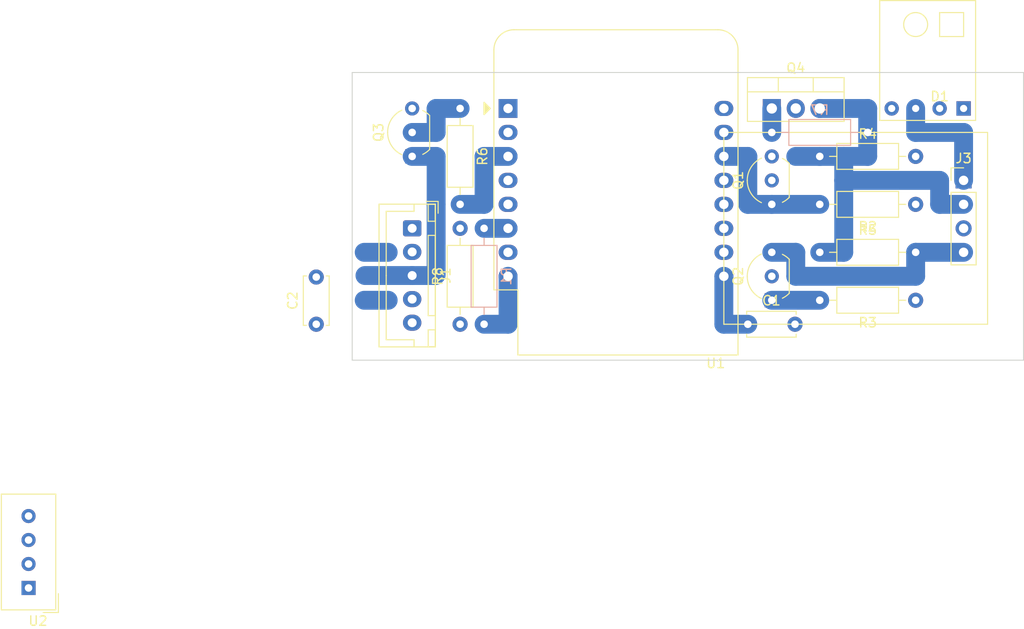
<source format=kicad_pcb>
(kicad_pcb (version 20171130) (host pcbnew "(5.1.0-42-g71e237b1b)")

  (general
    (thickness 1.6)
    (drawings 12)
    (tracks 45)
    (zones 0)
    (modules 19)
    (nets 25)
  )

  (page A4)
  (layers
    (0 F.Cu signal)
    (31 B.Cu signal)
    (32 B.Adhes user)
    (33 F.Adhes user)
    (34 B.Paste user)
    (35 F.Paste user)
    (36 B.SilkS user)
    (37 F.SilkS user)
    (38 B.Mask user)
    (39 F.Mask user)
    (40 Dwgs.User user)
    (41 Cmts.User user)
    (42 Eco1.User user)
    (43 Eco2.User user)
    (44 Edge.Cuts user)
    (45 Margin user)
    (46 B.CrtYd user)
    (47 F.CrtYd user)
    (48 B.Fab user)
    (49 F.Fab user)
  )

  (setup
    (last_trace_width 2)
    (user_trace_width 2)
    (trace_clearance 0.2)
    (zone_clearance 0.508)
    (zone_45_only no)
    (trace_min 0.2)
    (via_size 0.8)
    (via_drill 0.4)
    (via_min_size 0.4)
    (via_min_drill 0.3)
    (uvia_size 0.3)
    (uvia_drill 0.1)
    (uvias_allowed no)
    (uvia_min_size 0.2)
    (uvia_min_drill 0.1)
    (edge_width 0.05)
    (segment_width 0.2)
    (pcb_text_width 0.3)
    (pcb_text_size 1.5 1.5)
    (mod_edge_width 0.12)
    (mod_text_size 1 1)
    (mod_text_width 0.15)
    (pad_size 1.524 1.524)
    (pad_drill 0.762)
    (pad_to_mask_clearance 0.051)
    (solder_mask_min_width 0.25)
    (aux_axis_origin 0 0)
    (visible_elements FFFFFF7F)
    (pcbplotparams
      (layerselection 0x010fc_ffffffff)
      (usegerberextensions false)
      (usegerberattributes false)
      (usegerberadvancedattributes false)
      (creategerberjobfile false)
      (excludeedgelayer true)
      (linewidth 0.100000)
      (plotframeref false)
      (viasonmask false)
      (mode 1)
      (useauxorigin false)
      (hpglpennumber 1)
      (hpglpenspeed 20)
      (hpglpendiameter 15.000000)
      (psnegative false)
      (psa4output false)
      (plotreference true)
      (plotvalue true)
      (plotinvisibletext false)
      (padsonsilk false)
      (subtractmaskfromsilk false)
      (outputformat 1)
      (mirror false)
      (drillshape 1)
      (scaleselection 1)
      (outputdirectory ""))
  )

  (net 0 "")
  (net 1 sda_5v)
  (net 2 sda_3v)
  (net 3 scl_5v)
  (net 4 scl_3v)
  (net 5 "Net-(U1-Pad16)")
  (net 6 "Net-(U1-Pad15)")
  (net 7 "Net-(U1-Pad12)")
  (net 8 "Net-(U1-Pad11)")
  (net 9 "Net-(U1-Pad7)")
  (net 10 sds_tx)
  (net 11 sds_rx)
  (net 12 "Net-(U1-Pad1)")
  (net 13 "Net-(U1-Pad2)")
  (net 14 GND)
  (net 15 "Net-(U2-Pad3)")
  (net 16 +3V3)
  (net 17 +5V)
  (net 18 "Net-(J1-Pad5)")
  (net 19 sds_switch)
  (net 20 "Net-(Q3-Pad3)")
  (net 21 "Net-(Q3-Pad2)")
  (net 22 sds_vcc)
  (net 23 "Net-(Q4-Pad1)")
  (net 24 dht_data)

  (net_class Default "Это класс цепей по умолчанию."
    (clearance 0.2)
    (trace_width 0.25)
    (via_dia 0.8)
    (via_drill 0.4)
    (uvia_dia 0.3)
    (uvia_drill 0.1)
    (add_net +3V3)
    (add_net +5V)
    (add_net GND)
    (add_net "Net-(J1-Pad5)")
    (add_net "Net-(Q3-Pad2)")
    (add_net "Net-(Q3-Pad3)")
    (add_net "Net-(Q4-Pad1)")
    (add_net "Net-(U1-Pad1)")
    (add_net "Net-(U1-Pad11)")
    (add_net "Net-(U1-Pad12)")
    (add_net "Net-(U1-Pad15)")
    (add_net "Net-(U1-Pad16)")
    (add_net "Net-(U1-Pad2)")
    (add_net "Net-(U1-Pad7)")
    (add_net "Net-(U2-Pad3)")
    (add_net dht_data)
    (add_net scl_3v)
    (add_net scl_5v)
    (add_net sda_3v)
    (add_net sda_5v)
    (add_net sds_rx)
    (add_net sds_switch)
    (add_net sds_tx)
    (add_net sds_vcc)
  )

  (module Capacitor_THT:C_Disc_D5.0mm_W2.5mm_P5.00mm (layer F.Cu) (tedit 5AE50EF0) (tstamp 5CE2D8BD)
    (at 20.32 43.18 90)
    (descr "C, Disc series, Radial, pin pitch=5.00mm, , diameter*width=5*2.5mm^2, Capacitor, http://cdn-reichelt.de/documents/datenblatt/B300/DS_KERKO_TC.pdf")
    (tags "C Disc series Radial pin pitch 5.00mm  diameter 5mm width 2.5mm Capacitor")
    (path /5CE6EEAB)
    (fp_text reference C2 (at 2.5 -2.5 90) (layer F.SilkS)
      (effects (font (size 1 1) (thickness 0.15)))
    )
    (fp_text value 100nF (at 2.5 2.5 90) (layer F.Fab)
      (effects (font (size 1 1) (thickness 0.15)))
    )
    (fp_text user %R (at 2.5 0 90) (layer F.Fab)
      (effects (font (size 1 1) (thickness 0.15)))
    )
    (fp_line (start 6.05 -1.5) (end -1.05 -1.5) (layer F.CrtYd) (width 0.05))
    (fp_line (start 6.05 1.5) (end 6.05 -1.5) (layer F.CrtYd) (width 0.05))
    (fp_line (start -1.05 1.5) (end 6.05 1.5) (layer F.CrtYd) (width 0.05))
    (fp_line (start -1.05 -1.5) (end -1.05 1.5) (layer F.CrtYd) (width 0.05))
    (fp_line (start 5.12 1.055) (end 5.12 1.37) (layer F.SilkS) (width 0.12))
    (fp_line (start 5.12 -1.37) (end 5.12 -1.055) (layer F.SilkS) (width 0.12))
    (fp_line (start -0.12 1.055) (end -0.12 1.37) (layer F.SilkS) (width 0.12))
    (fp_line (start -0.12 -1.37) (end -0.12 -1.055) (layer F.SilkS) (width 0.12))
    (fp_line (start -0.12 1.37) (end 5.12 1.37) (layer F.SilkS) (width 0.12))
    (fp_line (start -0.12 -1.37) (end 5.12 -1.37) (layer F.SilkS) (width 0.12))
    (fp_line (start 5 -1.25) (end 0 -1.25) (layer F.Fab) (width 0.1))
    (fp_line (start 5 1.25) (end 5 -1.25) (layer F.Fab) (width 0.1))
    (fp_line (start 0 1.25) (end 5 1.25) (layer F.Fab) (width 0.1))
    (fp_line (start 0 -1.25) (end 0 1.25) (layer F.Fab) (width 0.1))
    (pad 2 thru_hole circle (at 5 0 90) (size 1.6 1.6) (drill 0.8) (layers *.Cu *.Mask)
      (net 14 GND))
    (pad 1 thru_hole circle (at 0 0 90) (size 1.6 1.6) (drill 0.8) (layers *.Cu *.Mask)
      (net 22 sds_vcc))
    (model ${KISYS3DMOD}/Capacitor_THT.3dshapes/C_Disc_D5.0mm_W2.5mm_P5.00mm.wrl
      (at (xyz 0 0 0))
      (scale (xyz 1 1 1))
      (rotate (xyz 0 0 0))
    )
  )

  (module Connector_PinHeader_2.54mm:PinHeader_1x04_P2.54mm_Vertical (layer F.Cu) (tedit 59FED5CC) (tstamp 5CE1E6F7)
    (at 88.9 27.94)
    (descr "Through hole straight pin header, 1x04, 2.54mm pitch, single row")
    (tags "Through hole pin header THT 1x04 2.54mm single row")
    (path /5CE08ABF)
    (fp_text reference J3 (at 0 -2.33) (layer F.SilkS)
      (effects (font (size 1 1) (thickness 0.15)))
    )
    (fp_text value conn_display (at 0 9.95) (layer F.Fab)
      (effects (font (size 1 1) (thickness 0.15)))
    )
    (fp_text user %R (at 0 3.81 90) (layer F.Fab)
      (effects (font (size 1 1) (thickness 0.15)))
    )
    (fp_line (start 1.8 -1.8) (end -1.8 -1.8) (layer F.CrtYd) (width 0.05))
    (fp_line (start 1.8 9.4) (end 1.8 -1.8) (layer F.CrtYd) (width 0.05))
    (fp_line (start -1.8 9.4) (end 1.8 9.4) (layer F.CrtYd) (width 0.05))
    (fp_line (start -1.8 -1.8) (end -1.8 9.4) (layer F.CrtYd) (width 0.05))
    (fp_line (start -1.33 -1.33) (end 0 -1.33) (layer F.SilkS) (width 0.12))
    (fp_line (start -1.33 0) (end -1.33 -1.33) (layer F.SilkS) (width 0.12))
    (fp_line (start -1.33 1.27) (end 1.33 1.27) (layer F.SilkS) (width 0.12))
    (fp_line (start 1.33 1.27) (end 1.33 8.95) (layer F.SilkS) (width 0.12))
    (fp_line (start -1.33 1.27) (end -1.33 8.95) (layer F.SilkS) (width 0.12))
    (fp_line (start -1.33 8.95) (end 1.33 8.95) (layer F.SilkS) (width 0.12))
    (fp_line (start -1.27 -0.635) (end -0.635 -1.27) (layer F.Fab) (width 0.1))
    (fp_line (start -1.27 8.89) (end -1.27 -0.635) (layer F.Fab) (width 0.1))
    (fp_line (start 1.27 8.89) (end -1.27 8.89) (layer F.Fab) (width 0.1))
    (fp_line (start 1.27 -1.27) (end 1.27 8.89) (layer F.Fab) (width 0.1))
    (fp_line (start -0.635 -1.27) (end 1.27 -1.27) (layer F.Fab) (width 0.1))
    (pad 4 thru_hole oval (at 0 7.62) (size 1.7 1.7) (drill 1) (layers *.Cu *.Mask)
      (net 3 scl_5v))
    (pad 3 thru_hole oval (at 0 5.08) (size 1.7 1.7) (drill 1) (layers *.Cu *.Mask)
      (net 1 sda_5v))
    (pad 2 thru_hole oval (at 0 2.54) (size 1.7 1.7) (drill 1) (layers *.Cu *.Mask)
      (net 17 +5V))
    (pad 1 thru_hole rect (at 0 0) (size 1.7 1.7) (drill 1) (layers *.Cu *.Mask)
      (net 14 GND))
    (model ${KISYS3DMOD}/Connector_PinHeader_2.54mm.3dshapes/PinHeader_1x04_P2.54mm_Vertical.wrl
      (at (xyz 0 0 0))
      (scale (xyz 1 1 1))
      (rotate (xyz 0 0 0))
    )
  )

  (module Capacitor_THT:C_Disc_D5.0mm_W2.5mm_P5.00mm (layer F.Cu) (tedit 5AE50EF0) (tstamp 5CE1E0C5)
    (at 66.04 43.18)
    (descr "C, Disc series, Radial, pin pitch=5.00mm, , diameter*width=5*2.5mm^2, Capacitor, http://cdn-reichelt.de/documents/datenblatt/B300/DS_KERKO_TC.pdf")
    (tags "C Disc series Radial pin pitch 5.00mm  diameter 5mm width 2.5mm Capacitor")
    (path /5CE11046)
    (fp_text reference C1 (at 2.5 -2.5) (layer F.SilkS)
      (effects (font (size 1 1) (thickness 0.15)))
    )
    (fp_text value 100nF (at 2.5 2.5) (layer F.Fab)
      (effects (font (size 1 1) (thickness 0.15)))
    )
    (fp_text user %R (at 2.5 0) (layer F.Fab)
      (effects (font (size 1 1) (thickness 0.15)))
    )
    (fp_line (start 6.05 -1.5) (end -1.05 -1.5) (layer F.CrtYd) (width 0.05))
    (fp_line (start 6.05 1.5) (end 6.05 -1.5) (layer F.CrtYd) (width 0.05))
    (fp_line (start -1.05 1.5) (end 6.05 1.5) (layer F.CrtYd) (width 0.05))
    (fp_line (start -1.05 -1.5) (end -1.05 1.5) (layer F.CrtYd) (width 0.05))
    (fp_line (start 5.12 1.055) (end 5.12 1.37) (layer F.SilkS) (width 0.12))
    (fp_line (start 5.12 -1.37) (end 5.12 -1.055) (layer F.SilkS) (width 0.12))
    (fp_line (start -0.12 1.055) (end -0.12 1.37) (layer F.SilkS) (width 0.12))
    (fp_line (start -0.12 -1.37) (end -0.12 -1.055) (layer F.SilkS) (width 0.12))
    (fp_line (start -0.12 1.37) (end 5.12 1.37) (layer F.SilkS) (width 0.12))
    (fp_line (start -0.12 -1.37) (end 5.12 -1.37) (layer F.SilkS) (width 0.12))
    (fp_line (start 5 -1.25) (end 0 -1.25) (layer F.Fab) (width 0.1))
    (fp_line (start 5 1.25) (end 5 -1.25) (layer F.Fab) (width 0.1))
    (fp_line (start 0 1.25) (end 5 1.25) (layer F.Fab) (width 0.1))
    (fp_line (start 0 -1.25) (end 0 1.25) (layer F.Fab) (width 0.1))
    (pad 2 thru_hole circle (at 5 0) (size 1.6 1.6) (drill 0.8) (layers *.Cu *.Mask)
      (net 14 GND))
    (pad 1 thru_hole circle (at 0 0) (size 1.6 1.6) (drill 0.8) (layers *.Cu *.Mask)
      (net 17 +5V))
    (model ${KISYS3DMOD}/Capacitor_THT.3dshapes/C_Disc_D5.0mm_W2.5mm_P5.00mm.wrl
      (at (xyz 0 0 0))
      (scale (xyz 1 1 1))
      (rotate (xyz 0 0 0))
    )
  )

  (module Resistor_THT:R_Axial_DIN0207_L6.3mm_D2.5mm_P10.16mm_Horizontal (layer F.Cu) (tedit 5AE5139B) (tstamp 5CE1E63D)
    (at 73.66 25.4)
    (descr "Resistor, Axial_DIN0207 series, Axial, Horizontal, pin pitch=10.16mm, 0.25W = 1/4W, length*diameter=6.3*2.5mm^2, http://cdn-reichelt.de/documents/datenblatt/B400/1_4W%23YAG.pdf")
    (tags "Resistor Axial_DIN0207 series Axial Horizontal pin pitch 10.16mm 0.25W = 1/4W length 6.3mm diameter 2.5mm")
    (path /5CDDD43B)
    (fp_text reference R4 (at 5.08 -2.37) (layer F.SilkS)
      (effects (font (size 1 1) (thickness 0.15)))
    )
    (fp_text value 10k (at 5.08 2.37) (layer F.Fab)
      (effects (font (size 1 1) (thickness 0.15)))
    )
    (fp_text user %R (at 5.08 0) (layer F.Fab)
      (effects (font (size 1 1) (thickness 0.15)))
    )
    (fp_line (start 11.21 -1.5) (end -1.05 -1.5) (layer F.CrtYd) (width 0.05))
    (fp_line (start 11.21 1.5) (end 11.21 -1.5) (layer F.CrtYd) (width 0.05))
    (fp_line (start -1.05 1.5) (end 11.21 1.5) (layer F.CrtYd) (width 0.05))
    (fp_line (start -1.05 -1.5) (end -1.05 1.5) (layer F.CrtYd) (width 0.05))
    (fp_line (start 9.12 0) (end 8.35 0) (layer F.SilkS) (width 0.12))
    (fp_line (start 1.04 0) (end 1.81 0) (layer F.SilkS) (width 0.12))
    (fp_line (start 8.35 -1.37) (end 1.81 -1.37) (layer F.SilkS) (width 0.12))
    (fp_line (start 8.35 1.37) (end 8.35 -1.37) (layer F.SilkS) (width 0.12))
    (fp_line (start 1.81 1.37) (end 8.35 1.37) (layer F.SilkS) (width 0.12))
    (fp_line (start 1.81 -1.37) (end 1.81 1.37) (layer F.SilkS) (width 0.12))
    (fp_line (start 10.16 0) (end 8.23 0) (layer F.Fab) (width 0.1))
    (fp_line (start 0 0) (end 1.93 0) (layer F.Fab) (width 0.1))
    (fp_line (start 8.23 -1.25) (end 1.93 -1.25) (layer F.Fab) (width 0.1))
    (fp_line (start 8.23 1.25) (end 8.23 -1.25) (layer F.Fab) (width 0.1))
    (fp_line (start 1.93 1.25) (end 8.23 1.25) (layer F.Fab) (width 0.1))
    (fp_line (start 1.93 -1.25) (end 1.93 1.25) (layer F.Fab) (width 0.1))
    (pad 2 thru_hole oval (at 10.16 0) (size 1.6 1.6) (drill 0.8) (layers *.Cu *.Mask)
      (net 1 sda_5v))
    (pad 1 thru_hole circle (at 0 0) (size 1.6 1.6) (drill 0.8) (layers *.Cu *.Mask)
      (net 17 +5V))
    (model ${KISYS3DMOD}/Resistor_THT.3dshapes/R_Axial_DIN0207_L6.3mm_D2.5mm_P10.16mm_Horizontal.wrl
      (at (xyz 0 0 0))
      (scale (xyz 1 1 1))
      (rotate (xyz 0 0 0))
    )
  )

  (module pm_sensor:BMP180_Breakout (layer F.Cu) (tedit 5CE02A8B) (tstamp 5CDD96F2)
    (at 86.36 10.16 180)
    (path /5CDDA03B)
    (fp_text reference D1 (at 0 -8.89 180) (layer F.SilkS)
      (effects (font (size 1 1) (thickness 0.15)))
    )
    (fp_text value BMP180_breakout (at 0 -6.35 180) (layer F.Fab)
      (effects (font (size 1 1) (thickness 0.15)))
    )
    (fp_circle (center 2.54 -1.27) (end 3.81 -1.27) (layer F.SilkS) (width 0.12))
    (fp_line (start 0 -2.54) (end -2.54 -2.54) (layer F.SilkS) (width 0.12))
    (fp_line (start 0 0) (end 0 -2.54) (layer F.SilkS) (width 0.12))
    (fp_line (start -2.54 0) (end 0 0) (layer F.SilkS) (width 0.12))
    (fp_line (start -2.54 -2.54) (end -2.54 0) (layer F.SilkS) (width 0.12))
    (fp_line (start -3.81 -11.43) (end -3.81 1.27) (layer F.SilkS) (width 0.12))
    (fp_line (start 6.35 -11.43) (end -3.81 -11.43) (layer F.SilkS) (width 0.12))
    (fp_line (start 6.35 1.27) (end 6.35 -11.43) (layer F.SilkS) (width 0.12))
    (fp_line (start -3.81 1.27) (end 6.35 1.27) (layer F.SilkS) (width 0.12))
    (pad 4 thru_hole circle (at 5.08 -10.16 180) (size 1.524 1.524) (drill 0.762) (layers *.Cu *.Mask)
      (net 16 +3V3))
    (pad 3 thru_hole circle (at 2.54 -10.16 180) (size 1.524 1.524) (drill 0.762) (layers *.Cu *.Mask)
      (net 14 GND))
    (pad 2 thru_hole circle (at 0 -10.16 180) (size 1.524 1.524) (drill 0.762) (layers *.Cu *.Mask)
      (net 4 scl_3v))
    (pad 1 thru_hole rect (at -2.54 -10.16 180) (size 1.524 1.524) (drill 0.762) (layers *.Cu *.Mask)
      (net 2 sda_3v))
  )

  (module Resistor_THT:R_Axial_DIN0207_L6.3mm_D2.5mm_P10.16mm_Horizontal (layer F.Cu) (tedit 5AE5139B) (tstamp 5CE1E5FB)
    (at 73.66 35.56)
    (descr "Resistor, Axial_DIN0207 series, Axial, Horizontal, pin pitch=10.16mm, 0.25W = 1/4W, length*diameter=6.3*2.5mm^2, http://cdn-reichelt.de/documents/datenblatt/B400/1_4W%23YAG.pdf")
    (tags "Resistor Axial_DIN0207 series Axial Horizontal pin pitch 10.16mm 0.25W = 1/4W length 6.3mm diameter 2.5mm")
    (path /5CDFE066)
    (fp_text reference R5 (at 5.08 -2.37) (layer F.SilkS)
      (effects (font (size 1 1) (thickness 0.15)))
    )
    (fp_text value 10k (at 5.08 2.37) (layer F.Fab)
      (effects (font (size 1 1) (thickness 0.15)))
    )
    (fp_text user %R (at 5.08 0) (layer F.Fab)
      (effects (font (size 1 1) (thickness 0.15)))
    )
    (fp_line (start 11.21 -1.5) (end -1.05 -1.5) (layer F.CrtYd) (width 0.05))
    (fp_line (start 11.21 1.5) (end 11.21 -1.5) (layer F.CrtYd) (width 0.05))
    (fp_line (start -1.05 1.5) (end 11.21 1.5) (layer F.CrtYd) (width 0.05))
    (fp_line (start -1.05 -1.5) (end -1.05 1.5) (layer F.CrtYd) (width 0.05))
    (fp_line (start 9.12 0) (end 8.35 0) (layer F.SilkS) (width 0.12))
    (fp_line (start 1.04 0) (end 1.81 0) (layer F.SilkS) (width 0.12))
    (fp_line (start 8.35 -1.37) (end 1.81 -1.37) (layer F.SilkS) (width 0.12))
    (fp_line (start 8.35 1.37) (end 8.35 -1.37) (layer F.SilkS) (width 0.12))
    (fp_line (start 1.81 1.37) (end 8.35 1.37) (layer F.SilkS) (width 0.12))
    (fp_line (start 1.81 -1.37) (end 1.81 1.37) (layer F.SilkS) (width 0.12))
    (fp_line (start 10.16 0) (end 8.23 0) (layer F.Fab) (width 0.1))
    (fp_line (start 0 0) (end 1.93 0) (layer F.Fab) (width 0.1))
    (fp_line (start 8.23 -1.25) (end 1.93 -1.25) (layer F.Fab) (width 0.1))
    (fp_line (start 8.23 1.25) (end 8.23 -1.25) (layer F.Fab) (width 0.1))
    (fp_line (start 1.93 1.25) (end 8.23 1.25) (layer F.Fab) (width 0.1))
    (fp_line (start 1.93 -1.25) (end 1.93 1.25) (layer F.Fab) (width 0.1))
    (pad 2 thru_hole oval (at 10.16 0) (size 1.6 1.6) (drill 0.8) (layers *.Cu *.Mask)
      (net 3 scl_5v))
    (pad 1 thru_hole circle (at 0 0) (size 1.6 1.6) (drill 0.8) (layers *.Cu *.Mask)
      (net 17 +5V))
    (model ${KISYS3DMOD}/Resistor_THT.3dshapes/R_Axial_DIN0207_L6.3mm_D2.5mm_P10.16mm_Horizontal.wrl
      (at (xyz 0 0 0))
      (scale (xyz 1 1 1))
      (rotate (xyz 0 0 0))
    )
  )

  (module Resistor_THT:R_Axial_DIN0207_L6.3mm_D2.5mm_P10.16mm_Horizontal (layer F.Cu) (tedit 5AE5139B) (tstamp 5CE2CD3B)
    (at 83.82 30.48 180)
    (descr "Resistor, Axial_DIN0207 series, Axial, Horizontal, pin pitch=10.16mm, 0.25W = 1/4W, length*diameter=6.3*2.5mm^2, http://cdn-reichelt.de/documents/datenblatt/B400/1_4W%23YAG.pdf")
    (tags "Resistor Axial_DIN0207 series Axial Horizontal pin pitch 10.16mm 0.25W = 1/4W length 6.3mm diameter 2.5mm")
    (path /5CDDC466)
    (fp_text reference R2 (at 5.08 -2.37 180) (layer F.SilkS)
      (effects (font (size 1 1) (thickness 0.15)))
    )
    (fp_text value 10k (at 5.08 2.37 180) (layer F.Fab)
      (effects (font (size 1 1) (thickness 0.15)))
    )
    (fp_text user %R (at 5.08 0 180) (layer F.Fab)
      (effects (font (size 1 1) (thickness 0.15)))
    )
    (fp_line (start 11.21 -1.5) (end -1.05 -1.5) (layer F.CrtYd) (width 0.05))
    (fp_line (start 11.21 1.5) (end 11.21 -1.5) (layer F.CrtYd) (width 0.05))
    (fp_line (start -1.05 1.5) (end 11.21 1.5) (layer F.CrtYd) (width 0.05))
    (fp_line (start -1.05 -1.5) (end -1.05 1.5) (layer F.CrtYd) (width 0.05))
    (fp_line (start 9.12 0) (end 8.35 0) (layer F.SilkS) (width 0.12))
    (fp_line (start 1.04 0) (end 1.81 0) (layer F.SilkS) (width 0.12))
    (fp_line (start 8.35 -1.37) (end 1.81 -1.37) (layer F.SilkS) (width 0.12))
    (fp_line (start 8.35 1.37) (end 8.35 -1.37) (layer F.SilkS) (width 0.12))
    (fp_line (start 1.81 1.37) (end 8.35 1.37) (layer F.SilkS) (width 0.12))
    (fp_line (start 1.81 -1.37) (end 1.81 1.37) (layer F.SilkS) (width 0.12))
    (fp_line (start 10.16 0) (end 8.23 0) (layer F.Fab) (width 0.1))
    (fp_line (start 0 0) (end 1.93 0) (layer F.Fab) (width 0.1))
    (fp_line (start 8.23 -1.25) (end 1.93 -1.25) (layer F.Fab) (width 0.1))
    (fp_line (start 8.23 1.25) (end 8.23 -1.25) (layer F.Fab) (width 0.1))
    (fp_line (start 1.93 1.25) (end 8.23 1.25) (layer F.Fab) (width 0.1))
    (fp_line (start 1.93 -1.25) (end 1.93 1.25) (layer F.Fab) (width 0.1))
    (pad 2 thru_hole oval (at 10.16 0 180) (size 1.6 1.6) (drill 0.8) (layers *.Cu *.Mask)
      (net 2 sda_3v))
    (pad 1 thru_hole circle (at 0 0 180) (size 1.6 1.6) (drill 0.8) (layers *.Cu *.Mask)
      (net 16 +3V3))
    (model ${KISYS3DMOD}/Resistor_THT.3dshapes/R_Axial_DIN0207_L6.3mm_D2.5mm_P10.16mm_Horizontal.wrl
      (at (xyz 0 0 0))
      (scale (xyz 1 1 1))
      (rotate (xyz 0 0 0))
    )
  )

  (module Resistor_THT:R_Axial_DIN0207_L6.3mm_D2.5mm_P10.16mm_Horizontal (layer F.Cu) (tedit 5AE5139B) (tstamp 5CE1E577)
    (at 83.82 40.64 180)
    (descr "Resistor, Axial_DIN0207 series, Axial, Horizontal, pin pitch=10.16mm, 0.25W = 1/4W, length*diameter=6.3*2.5mm^2, http://cdn-reichelt.de/documents/datenblatt/B400/1_4W%23YAG.pdf")
    (tags "Resistor Axial_DIN0207 series Axial Horizontal pin pitch 10.16mm 0.25W = 1/4W length 6.3mm diameter 2.5mm")
    (path /5CDFE05B)
    (fp_text reference R3 (at 5.08 -2.37 180) (layer F.SilkS)
      (effects (font (size 1 1) (thickness 0.15)))
    )
    (fp_text value 10k (at 5.08 2.37 180) (layer F.Fab)
      (effects (font (size 1 1) (thickness 0.15)))
    )
    (fp_text user %R (at 5.08 0 180) (layer F.Fab)
      (effects (font (size 1 1) (thickness 0.15)))
    )
    (fp_line (start 11.21 -1.5) (end -1.05 -1.5) (layer F.CrtYd) (width 0.05))
    (fp_line (start 11.21 1.5) (end 11.21 -1.5) (layer F.CrtYd) (width 0.05))
    (fp_line (start -1.05 1.5) (end 11.21 1.5) (layer F.CrtYd) (width 0.05))
    (fp_line (start -1.05 -1.5) (end -1.05 1.5) (layer F.CrtYd) (width 0.05))
    (fp_line (start 9.12 0) (end 8.35 0) (layer F.SilkS) (width 0.12))
    (fp_line (start 1.04 0) (end 1.81 0) (layer F.SilkS) (width 0.12))
    (fp_line (start 8.35 -1.37) (end 1.81 -1.37) (layer F.SilkS) (width 0.12))
    (fp_line (start 8.35 1.37) (end 8.35 -1.37) (layer F.SilkS) (width 0.12))
    (fp_line (start 1.81 1.37) (end 8.35 1.37) (layer F.SilkS) (width 0.12))
    (fp_line (start 1.81 -1.37) (end 1.81 1.37) (layer F.SilkS) (width 0.12))
    (fp_line (start 10.16 0) (end 8.23 0) (layer F.Fab) (width 0.1))
    (fp_line (start 0 0) (end 1.93 0) (layer F.Fab) (width 0.1))
    (fp_line (start 8.23 -1.25) (end 1.93 -1.25) (layer F.Fab) (width 0.1))
    (fp_line (start 8.23 1.25) (end 8.23 -1.25) (layer F.Fab) (width 0.1))
    (fp_line (start 1.93 1.25) (end 8.23 1.25) (layer F.Fab) (width 0.1))
    (fp_line (start 1.93 -1.25) (end 1.93 1.25) (layer F.Fab) (width 0.1))
    (pad 2 thru_hole oval (at 10.16 0 180) (size 1.6 1.6) (drill 0.8) (layers *.Cu *.Mask)
      (net 4 scl_3v))
    (pad 1 thru_hole circle (at 0 0 180) (size 1.6 1.6) (drill 0.8) (layers *.Cu *.Mask)
      (net 16 +3V3))
    (model ${KISYS3DMOD}/Resistor_THT.3dshapes/R_Axial_DIN0207_L6.3mm_D2.5mm_P10.16mm_Horizontal.wrl
      (at (xyz 0 0 0))
      (scale (xyz 1 1 1))
      (rotate (xyz 0 0 0))
    )
  )

  (module Package_TO_SOT_THT:TO-220-3_Vertical (layer F.Cu) (tedit 5AC8BA0D) (tstamp 5CDDF5B7)
    (at 68.58 20.32)
    (descr "TO-220-3, Vertical, RM 2.54mm, see https://www.vishay.com/docs/66542/to-220-1.pdf")
    (tags "TO-220-3 Vertical RM 2.54mm")
    (path /5CDE8BA4)
    (fp_text reference Q4 (at 2.54 -4.27) (layer F.SilkS)
      (effects (font (size 1 1) (thickness 0.15)))
    )
    (fp_text value IRF9510 (at 2.54 2.5) (layer F.Fab)
      (effects (font (size 1 1) (thickness 0.15)))
    )
    (fp_text user %R (at 2.54 -4.27) (layer F.Fab)
      (effects (font (size 1 1) (thickness 0.15)))
    )
    (fp_line (start 7.79 -3.4) (end -2.71 -3.4) (layer F.CrtYd) (width 0.05))
    (fp_line (start 7.79 1.51) (end 7.79 -3.4) (layer F.CrtYd) (width 0.05))
    (fp_line (start -2.71 1.51) (end 7.79 1.51) (layer F.CrtYd) (width 0.05))
    (fp_line (start -2.71 -3.4) (end -2.71 1.51) (layer F.CrtYd) (width 0.05))
    (fp_line (start 4.391 -3.27) (end 4.391 -1.76) (layer F.SilkS) (width 0.12))
    (fp_line (start 0.69 -3.27) (end 0.69 -1.76) (layer F.SilkS) (width 0.12))
    (fp_line (start -2.58 -1.76) (end 7.66 -1.76) (layer F.SilkS) (width 0.12))
    (fp_line (start 7.66 -3.27) (end 7.66 1.371) (layer F.SilkS) (width 0.12))
    (fp_line (start -2.58 -3.27) (end -2.58 1.371) (layer F.SilkS) (width 0.12))
    (fp_line (start -2.58 1.371) (end 7.66 1.371) (layer F.SilkS) (width 0.12))
    (fp_line (start -2.58 -3.27) (end 7.66 -3.27) (layer F.SilkS) (width 0.12))
    (fp_line (start 4.39 -3.15) (end 4.39 -1.88) (layer F.Fab) (width 0.1))
    (fp_line (start 0.69 -3.15) (end 0.69 -1.88) (layer F.Fab) (width 0.1))
    (fp_line (start -2.46 -1.88) (end 7.54 -1.88) (layer F.Fab) (width 0.1))
    (fp_line (start 7.54 -3.15) (end -2.46 -3.15) (layer F.Fab) (width 0.1))
    (fp_line (start 7.54 1.25) (end 7.54 -3.15) (layer F.Fab) (width 0.1))
    (fp_line (start -2.46 1.25) (end 7.54 1.25) (layer F.Fab) (width 0.1))
    (fp_line (start -2.46 -3.15) (end -2.46 1.25) (layer F.Fab) (width 0.1))
    (pad 3 thru_hole oval (at 5.08 0) (size 1.905 2) (drill 1.1) (layers *.Cu *.Mask)
      (net 17 +5V))
    (pad 2 thru_hole oval (at 2.54 0) (size 1.905 2) (drill 1.1) (layers *.Cu *.Mask)
      (net 22 sds_vcc))
    (pad 1 thru_hole rect (at 0 0) (size 1.905 2) (drill 1.1) (layers *.Cu *.Mask)
      (net 23 "Net-(Q4-Pad1)"))
    (model ${KISYS3DMOD}/Package_TO_SOT_THT.3dshapes/TO-220-3_Vertical.wrl
      (at (xyz 0 0 0))
      (scale (xyz 1 1 1))
      (rotate (xyz 0 0 0))
    )
  )

  (module Resistor_THT:R_Axial_DIN0207_L6.3mm_D2.5mm_P10.16mm_Horizontal (layer F.Cu) (tedit 5AE5139B) (tstamp 5CE2D6C7)
    (at 35.56 20.32 270)
    (descr "Resistor, Axial_DIN0207 series, Axial, Horizontal, pin pitch=10.16mm, 0.25W = 1/4W, length*diameter=6.3*2.5mm^2, http://cdn-reichelt.de/documents/datenblatt/B400/1_4W%23YAG.pdf")
    (tags "Resistor Axial_DIN0207 series Axial Horizontal pin pitch 10.16mm 0.25W = 1/4W length 6.3mm diameter 2.5mm")
    (path /5CE2396C)
    (fp_text reference R6 (at 5.08 -2.37 270) (layer F.SilkS)
      (effects (font (size 1 1) (thickness 0.15)))
    )
    (fp_text value 300 (at 5.08 2.37 270) (layer F.Fab)
      (effects (font (size 1 1) (thickness 0.15)))
    )
    (fp_text user %R (at 5.08 0 270) (layer F.Fab)
      (effects (font (size 1 1) (thickness 0.15)))
    )
    (fp_line (start 11.21 -1.5) (end -1.05 -1.5) (layer F.CrtYd) (width 0.05))
    (fp_line (start 11.21 1.5) (end 11.21 -1.5) (layer F.CrtYd) (width 0.05))
    (fp_line (start -1.05 1.5) (end 11.21 1.5) (layer F.CrtYd) (width 0.05))
    (fp_line (start -1.05 -1.5) (end -1.05 1.5) (layer F.CrtYd) (width 0.05))
    (fp_line (start 9.12 0) (end 8.35 0) (layer F.SilkS) (width 0.12))
    (fp_line (start 1.04 0) (end 1.81 0) (layer F.SilkS) (width 0.12))
    (fp_line (start 8.35 -1.37) (end 1.81 -1.37) (layer F.SilkS) (width 0.12))
    (fp_line (start 8.35 1.37) (end 8.35 -1.37) (layer F.SilkS) (width 0.12))
    (fp_line (start 1.81 1.37) (end 8.35 1.37) (layer F.SilkS) (width 0.12))
    (fp_line (start 1.81 -1.37) (end 1.81 1.37) (layer F.SilkS) (width 0.12))
    (fp_line (start 10.16 0) (end 8.23 0) (layer F.Fab) (width 0.1))
    (fp_line (start 0 0) (end 1.93 0) (layer F.Fab) (width 0.1))
    (fp_line (start 8.23 -1.25) (end 1.93 -1.25) (layer F.Fab) (width 0.1))
    (fp_line (start 8.23 1.25) (end 8.23 -1.25) (layer F.Fab) (width 0.1))
    (fp_line (start 1.93 1.25) (end 8.23 1.25) (layer F.Fab) (width 0.1))
    (fp_line (start 1.93 -1.25) (end 1.93 1.25) (layer F.Fab) (width 0.1))
    (pad 2 thru_hole oval (at 10.16 0 270) (size 1.6 1.6) (drill 0.8) (layers *.Cu *.Mask)
      (net 19 sds_switch))
    (pad 1 thru_hole circle (at 0 0 270) (size 1.6 1.6) (drill 0.8) (layers *.Cu *.Mask)
      (net 21 "Net-(Q3-Pad2)"))
    (model ${KISYS3DMOD}/Resistor_THT.3dshapes/R_Axial_DIN0207_L6.3mm_D2.5mm_P10.16mm_Horizontal.wrl
      (at (xyz 0 0 0))
      (scale (xyz 1 1 1))
      (rotate (xyz 0 0 0))
    )
  )

  (module Package_TO_SOT_THT:TO-92_Inline_Wide (layer F.Cu) (tedit 5A02FF81) (tstamp 5CE2CD8E)
    (at 68.58 30.48 90)
    (descr "TO-92 leads in-line, wide, drill 0.75mm (see NXP sot054_po.pdf)")
    (tags "to-92 sc-43 sc-43a sot54 PA33 transistor")
    (path /5CDD4658)
    (fp_text reference Q1 (at 2.54 -3.56 90) (layer F.SilkS)
      (effects (font (size 1 1) (thickness 0.15)))
    )
    (fp_text value 2N7000TA (at 2.54 2.79 90) (layer F.Fab)
      (effects (font (size 1 1) (thickness 0.15)))
    )
    (fp_arc (start 2.54 0) (end 4.34 1.85) (angle -20) (layer F.SilkS) (width 0.12))
    (fp_arc (start 2.54 0) (end 2.54 -2.48) (angle -135) (layer F.Fab) (width 0.1))
    (fp_arc (start 2.54 0) (end 2.54 -2.48) (angle 135) (layer F.Fab) (width 0.1))
    (fp_arc (start 2.54 0) (end 2.54 -2.6) (angle 65) (layer F.SilkS) (width 0.12))
    (fp_arc (start 2.54 0) (end 2.54 -2.6) (angle -65) (layer F.SilkS) (width 0.12))
    (fp_arc (start 2.54 0) (end 0.74 1.85) (angle 20) (layer F.SilkS) (width 0.12))
    (fp_line (start 6.09 2.01) (end -1.01 2.01) (layer F.CrtYd) (width 0.05))
    (fp_line (start 6.09 2.01) (end 6.09 -2.73) (layer F.CrtYd) (width 0.05))
    (fp_line (start -1.01 -2.73) (end -1.01 2.01) (layer F.CrtYd) (width 0.05))
    (fp_line (start -1.01 -2.73) (end 6.09 -2.73) (layer F.CrtYd) (width 0.05))
    (fp_line (start 0.8 1.75) (end 4.3 1.75) (layer F.Fab) (width 0.1))
    (fp_line (start 0.74 1.85) (end 4.34 1.85) (layer F.SilkS) (width 0.12))
    (fp_text user %R (at 2.54 -3.56 90) (layer F.Fab)
      (effects (font (size 1 1) (thickness 0.15)))
    )
    (pad 1 thru_hole rect (at 0 0 180) (size 1.5 1.5) (drill 0.8) (layers *.Cu *.Mask)
      (net 2 sda_3v))
    (pad 3 thru_hole circle (at 5.08 0 180) (size 1.5 1.5) (drill 0.8) (layers *.Cu *.Mask)
      (net 1 sda_5v))
    (pad 2 thru_hole circle (at 2.54 0 180) (size 1.5 1.5) (drill 0.8) (layers *.Cu *.Mask)
      (net 16 +3V3))
    (model ${KISYS3DMOD}/Package_TO_SOT_THT.3dshapes/TO-92_Inline_Wide.wrl
      (at (xyz 0 0 0))
      (scale (xyz 1 1 1))
      (rotate (xyz 0 0 0))
    )
  )

  (module Package_TO_SOT_THT:TO-92_Inline_Wide (layer F.Cu) (tedit 5A02FF81) (tstamp 5CE1E502)
    (at 68.58 40.64 90)
    (descr "TO-92 leads in-line, wide, drill 0.75mm (see NXP sot054_po.pdf)")
    (tags "to-92 sc-43 sc-43a sot54 PA33 transistor")
    (path /5CE152C1)
    (fp_text reference Q2 (at 2.54 -3.56 90) (layer F.SilkS)
      (effects (font (size 1 1) (thickness 0.15)))
    )
    (fp_text value 2N7000TA (at 2.54 2.79 90) (layer F.Fab)
      (effects (font (size 1 1) (thickness 0.15)))
    )
    (fp_arc (start 2.54 0) (end 4.34 1.85) (angle -20) (layer F.SilkS) (width 0.12))
    (fp_arc (start 2.54 0) (end 2.54 -2.48) (angle -135) (layer F.Fab) (width 0.1))
    (fp_arc (start 2.54 0) (end 2.54 -2.48) (angle 135) (layer F.Fab) (width 0.1))
    (fp_arc (start 2.54 0) (end 2.54 -2.6) (angle 65) (layer F.SilkS) (width 0.12))
    (fp_arc (start 2.54 0) (end 2.54 -2.6) (angle -65) (layer F.SilkS) (width 0.12))
    (fp_arc (start 2.54 0) (end 0.74 1.85) (angle 20) (layer F.SilkS) (width 0.12))
    (fp_line (start 6.09 2.01) (end -1.01 2.01) (layer F.CrtYd) (width 0.05))
    (fp_line (start 6.09 2.01) (end 6.09 -2.73) (layer F.CrtYd) (width 0.05))
    (fp_line (start -1.01 -2.73) (end -1.01 2.01) (layer F.CrtYd) (width 0.05))
    (fp_line (start -1.01 -2.73) (end 6.09 -2.73) (layer F.CrtYd) (width 0.05))
    (fp_line (start 0.8 1.75) (end 4.3 1.75) (layer F.Fab) (width 0.1))
    (fp_line (start 0.74 1.85) (end 4.34 1.85) (layer F.SilkS) (width 0.12))
    (fp_text user %R (at 2.54 -3.56 90) (layer F.Fab)
      (effects (font (size 1 1) (thickness 0.15)))
    )
    (pad 1 thru_hole rect (at 0 0 180) (size 1.5 1.5) (drill 0.8) (layers *.Cu *.Mask)
      (net 4 scl_3v))
    (pad 3 thru_hole circle (at 5.08 0 180) (size 1.5 1.5) (drill 0.8) (layers *.Cu *.Mask)
      (net 3 scl_5v))
    (pad 2 thru_hole circle (at 2.54 0 180) (size 1.5 1.5) (drill 0.8) (layers *.Cu *.Mask)
      (net 16 +3V3))
    (model ${KISYS3DMOD}/Package_TO_SOT_THT.3dshapes/TO-92_Inline_Wide.wrl
      (at (xyz 0 0 0))
      (scale (xyz 1 1 1))
      (rotate (xyz 0 0 0))
    )
  )

  (module Package_TO_SOT_THT:TO-92_Inline_Wide (layer F.Cu) (tedit 5A02FF81) (tstamp 5CE2D71A)
    (at 30.48 25.4 90)
    (descr "TO-92 leads in-line, wide, drill 0.75mm (see NXP sot054_po.pdf)")
    (tags "to-92 sc-43 sc-43a sot54 PA33 transistor")
    (path /5CE19D61)
    (fp_text reference Q3 (at 2.54 -3.56 90) (layer F.SilkS)
      (effects (font (size 1 1) (thickness 0.15)))
    )
    (fp_text value 2N7000TA (at 2.54 2.79 90) (layer F.Fab)
      (effects (font (size 1 1) (thickness 0.15)))
    )
    (fp_arc (start 2.54 0) (end 4.34 1.85) (angle -20) (layer F.SilkS) (width 0.12))
    (fp_arc (start 2.54 0) (end 2.54 -2.48) (angle -135) (layer F.Fab) (width 0.1))
    (fp_arc (start 2.54 0) (end 2.54 -2.48) (angle 135) (layer F.Fab) (width 0.1))
    (fp_arc (start 2.54 0) (end 2.54 -2.6) (angle 65) (layer F.SilkS) (width 0.12))
    (fp_arc (start 2.54 0) (end 2.54 -2.6) (angle -65) (layer F.SilkS) (width 0.12))
    (fp_arc (start 2.54 0) (end 0.74 1.85) (angle 20) (layer F.SilkS) (width 0.12))
    (fp_line (start 6.09 2.01) (end -1.01 2.01) (layer F.CrtYd) (width 0.05))
    (fp_line (start 6.09 2.01) (end 6.09 -2.73) (layer F.CrtYd) (width 0.05))
    (fp_line (start -1.01 -2.73) (end -1.01 2.01) (layer F.CrtYd) (width 0.05))
    (fp_line (start -1.01 -2.73) (end 6.09 -2.73) (layer F.CrtYd) (width 0.05))
    (fp_line (start 0.8 1.75) (end 4.3 1.75) (layer F.Fab) (width 0.1))
    (fp_line (start 0.74 1.85) (end 4.34 1.85) (layer F.SilkS) (width 0.12))
    (fp_text user %R (at 2.54 -3.56 90) (layer F.Fab)
      (effects (font (size 1 1) (thickness 0.15)))
    )
    (pad 1 thru_hole rect (at 0 0 180) (size 1.5 1.5) (drill 0.8) (layers *.Cu *.Mask)
      (net 14 GND))
    (pad 3 thru_hole circle (at 5.08 0 180) (size 1.5 1.5) (drill 0.8) (layers *.Cu *.Mask)
      (net 20 "Net-(Q3-Pad3)"))
    (pad 2 thru_hole circle (at 2.54 0 180) (size 1.5 1.5) (drill 0.8) (layers *.Cu *.Mask)
      (net 21 "Net-(Q3-Pad2)"))
    (model ${KISYS3DMOD}/Package_TO_SOT_THT.3dshapes/TO-92_Inline_Wide.wrl
      (at (xyz 0 0 0))
      (scale (xyz 1 1 1))
      (rotate (xyz 0 0 0))
    )
  )

  (module Resistor_THT:R_Axial_DIN0207_L6.3mm_D2.5mm_P10.16mm_Horizontal (layer B.Cu) (tedit 5AE5139B) (tstamp 5CE0585A)
    (at 38.1 43.18 90)
    (descr "Resistor, Axial_DIN0207 series, Axial, Horizontal, pin pitch=10.16mm, 0.25W = 1/4W, length*diameter=6.3*2.5mm^2, http://cdn-reichelt.de/documents/datenblatt/B400/1_4W%23YAG.pdf")
    (tags "Resistor Axial_DIN0207 series Axial Horizontal pin pitch 10.16mm 0.25W = 1/4W length 6.3mm diameter 2.5mm")
    (path /5CDFEBA7)
    (fp_text reference R1 (at 5.08 2.37 90) (layer B.SilkS)
      (effects (font (size 1 1) (thickness 0.15)) (justify mirror))
    )
    (fp_text value 10k (at 5.08 -2.37 90) (layer B.Fab)
      (effects (font (size 1 1) (thickness 0.15)) (justify mirror))
    )
    (fp_text user %R (at 5.08 0 90) (layer B.Fab)
      (effects (font (size 1 1) (thickness 0.15)) (justify mirror))
    )
    (fp_line (start 11.21 1.5) (end -1.05 1.5) (layer B.CrtYd) (width 0.05))
    (fp_line (start 11.21 -1.5) (end 11.21 1.5) (layer B.CrtYd) (width 0.05))
    (fp_line (start -1.05 -1.5) (end 11.21 -1.5) (layer B.CrtYd) (width 0.05))
    (fp_line (start -1.05 1.5) (end -1.05 -1.5) (layer B.CrtYd) (width 0.05))
    (fp_line (start 9.12 0) (end 8.35 0) (layer B.SilkS) (width 0.12))
    (fp_line (start 1.04 0) (end 1.81 0) (layer B.SilkS) (width 0.12))
    (fp_line (start 8.35 1.37) (end 1.81 1.37) (layer B.SilkS) (width 0.12))
    (fp_line (start 8.35 -1.37) (end 8.35 1.37) (layer B.SilkS) (width 0.12))
    (fp_line (start 1.81 -1.37) (end 8.35 -1.37) (layer B.SilkS) (width 0.12))
    (fp_line (start 1.81 1.37) (end 1.81 -1.37) (layer B.SilkS) (width 0.12))
    (fp_line (start 10.16 0) (end 8.23 0) (layer B.Fab) (width 0.1))
    (fp_line (start 0 0) (end 1.93 0) (layer B.Fab) (width 0.1))
    (fp_line (start 8.23 1.25) (end 1.93 1.25) (layer B.Fab) (width 0.1))
    (fp_line (start 8.23 -1.25) (end 8.23 1.25) (layer B.Fab) (width 0.1))
    (fp_line (start 1.93 -1.25) (end 8.23 -1.25) (layer B.Fab) (width 0.1))
    (fp_line (start 1.93 1.25) (end 1.93 -1.25) (layer B.Fab) (width 0.1))
    (pad 2 thru_hole oval (at 10.16 0 90) (size 1.6 1.6) (drill 0.8) (layers *.Cu *.Mask)
      (net 24 dht_data))
    (pad 1 thru_hole circle (at 0 0 90) (size 1.6 1.6) (drill 0.8) (layers *.Cu *.Mask)
      (net 16 +3V3))
    (model ${KISYS3DMOD}/Resistor_THT.3dshapes/R_Axial_DIN0207_L6.3mm_D2.5mm_P10.16mm_Horizontal.wrl
      (at (xyz 0 0 0))
      (scale (xyz 1 1 1))
      (rotate (xyz 0 0 0))
    )
  )

  (module Resistor_THT:R_Axial_DIN0207_L6.3mm_D2.5mm_P10.16mm_Horizontal (layer B.Cu) (tedit 5AE5139B) (tstamp 5CE2F778)
    (at 78.74 22.86 180)
    (descr "Resistor, Axial_DIN0207 series, Axial, Horizontal, pin pitch=10.16mm, 0.25W = 1/4W, length*diameter=6.3*2.5mm^2, http://cdn-reichelt.de/documents/datenblatt/B400/1_4W%23YAG.pdf")
    (tags "Resistor Axial_DIN0207 series Axial Horizontal pin pitch 10.16mm 0.25W = 1/4W length 6.3mm diameter 2.5mm")
    (path /5CDECCD9)
    (fp_text reference R7 (at 5.08 2.37 180) (layer B.SilkS)
      (effects (font (size 1 1) (thickness 0.15)) (justify mirror))
    )
    (fp_text value 10k (at 5.08 -2.37 180) (layer B.Fab)
      (effects (font (size 1 1) (thickness 0.15)) (justify mirror))
    )
    (fp_text user %R (at 5.08 0 180) (layer B.Fab)
      (effects (font (size 1 1) (thickness 0.15)) (justify mirror))
    )
    (fp_line (start 11.21 1.5) (end -1.05 1.5) (layer B.CrtYd) (width 0.05))
    (fp_line (start 11.21 -1.5) (end 11.21 1.5) (layer B.CrtYd) (width 0.05))
    (fp_line (start -1.05 -1.5) (end 11.21 -1.5) (layer B.CrtYd) (width 0.05))
    (fp_line (start -1.05 1.5) (end -1.05 -1.5) (layer B.CrtYd) (width 0.05))
    (fp_line (start 9.12 0) (end 8.35 0) (layer B.SilkS) (width 0.12))
    (fp_line (start 1.04 0) (end 1.81 0) (layer B.SilkS) (width 0.12))
    (fp_line (start 8.35 1.37) (end 1.81 1.37) (layer B.SilkS) (width 0.12))
    (fp_line (start 8.35 -1.37) (end 8.35 1.37) (layer B.SilkS) (width 0.12))
    (fp_line (start 1.81 -1.37) (end 8.35 -1.37) (layer B.SilkS) (width 0.12))
    (fp_line (start 1.81 1.37) (end 1.81 -1.37) (layer B.SilkS) (width 0.12))
    (fp_line (start 10.16 0) (end 8.23 0) (layer B.Fab) (width 0.1))
    (fp_line (start 0 0) (end 1.93 0) (layer B.Fab) (width 0.1))
    (fp_line (start 8.23 1.25) (end 1.93 1.25) (layer B.Fab) (width 0.1))
    (fp_line (start 8.23 -1.25) (end 8.23 1.25) (layer B.Fab) (width 0.1))
    (fp_line (start 1.93 -1.25) (end 8.23 -1.25) (layer B.Fab) (width 0.1))
    (fp_line (start 1.93 1.25) (end 1.93 -1.25) (layer B.Fab) (width 0.1))
    (pad 2 thru_hole oval (at 10.16 0 180) (size 1.6 1.6) (drill 0.8) (layers *.Cu *.Mask)
      (net 23 "Net-(Q4-Pad1)"))
    (pad 1 thru_hole circle (at 0 0 180) (size 1.6 1.6) (drill 0.8) (layers *.Cu *.Mask)
      (net 17 +5V))
    (model ${KISYS3DMOD}/Resistor_THT.3dshapes/R_Axial_DIN0207_L6.3mm_D2.5mm_P10.16mm_Horizontal.wrl
      (at (xyz 0 0 0))
      (scale (xyz 1 1 1))
      (rotate (xyz 0 0 0))
    )
  )

  (module Resistor_THT:R_Axial_DIN0207_L6.3mm_D2.5mm_P10.16mm_Horizontal (layer F.Cu) (tedit 5AE5139B) (tstamp 5CE1DF2E)
    (at 35.56 43.18 90)
    (descr "Resistor, Axial_DIN0207 series, Axial, Horizontal, pin pitch=10.16mm, 0.25W = 1/4W, length*diameter=6.3*2.5mm^2, http://cdn-reichelt.de/documents/datenblatt/B400/1_4W%23YAG.pdf")
    (tags "Resistor Axial_DIN0207 series Axial Horizontal pin pitch 10.16mm 0.25W = 1/4W length 6.3mm diameter 2.5mm")
    (path /5CE19895)
    (fp_text reference R8 (at 5.08 -2.37 90) (layer F.SilkS)
      (effects (font (size 1 1) (thickness 0.15)))
    )
    (fp_text value 300 (at 5.08 2.37 90) (layer F.Fab)
      (effects (font (size 1 1) (thickness 0.15)))
    )
    (fp_text user %R (at 5.08 0 90) (layer F.Fab)
      (effects (font (size 1 1) (thickness 0.15)))
    )
    (fp_line (start 11.21 -1.5) (end -1.05 -1.5) (layer F.CrtYd) (width 0.05))
    (fp_line (start 11.21 1.5) (end 11.21 -1.5) (layer F.CrtYd) (width 0.05))
    (fp_line (start -1.05 1.5) (end 11.21 1.5) (layer F.CrtYd) (width 0.05))
    (fp_line (start -1.05 -1.5) (end -1.05 1.5) (layer F.CrtYd) (width 0.05))
    (fp_line (start 9.12 0) (end 8.35 0) (layer F.SilkS) (width 0.12))
    (fp_line (start 1.04 0) (end 1.81 0) (layer F.SilkS) (width 0.12))
    (fp_line (start 8.35 -1.37) (end 1.81 -1.37) (layer F.SilkS) (width 0.12))
    (fp_line (start 8.35 1.37) (end 8.35 -1.37) (layer F.SilkS) (width 0.12))
    (fp_line (start 1.81 1.37) (end 8.35 1.37) (layer F.SilkS) (width 0.12))
    (fp_line (start 1.81 -1.37) (end 1.81 1.37) (layer F.SilkS) (width 0.12))
    (fp_line (start 10.16 0) (end 8.23 0) (layer F.Fab) (width 0.1))
    (fp_line (start 0 0) (end 1.93 0) (layer F.Fab) (width 0.1))
    (fp_line (start 8.23 -1.25) (end 1.93 -1.25) (layer F.Fab) (width 0.1))
    (fp_line (start 8.23 1.25) (end 8.23 -1.25) (layer F.Fab) (width 0.1))
    (fp_line (start 1.93 1.25) (end 8.23 1.25) (layer F.Fab) (width 0.1))
    (fp_line (start 1.93 -1.25) (end 1.93 1.25) (layer F.Fab) (width 0.1))
    (pad 2 thru_hole oval (at 10.16 0 90) (size 1.6 1.6) (drill 0.8) (layers *.Cu *.Mask)
      (net 20 "Net-(Q3-Pad3)"))
    (pad 1 thru_hole circle (at 0 0 90) (size 1.6 1.6) (drill 0.8) (layers *.Cu *.Mask)
      (net 23 "Net-(Q4-Pad1)"))
    (model ${KISYS3DMOD}/Resistor_THT.3dshapes/R_Axial_DIN0207_L6.3mm_D2.5mm_P10.16mm_Horizontal.wrl
      (at (xyz 0 0 0))
      (scale (xyz 1 1 1))
      (rotate (xyz 0 0 0))
    )
  )

  (module Connector_JST:JST_XH_B5B-XH-A_1x05_P2.50mm_Vertical (layer F.Cu) (tedit 5C28146C) (tstamp 5CE1AF99)
    (at 30.48 33.02 270)
    (descr "JST XH series connector, B5B-XH-A (http://www.jst-mfg.com/product/pdf/eng/eXH.pdf), generated with kicad-footprint-generator")
    (tags "connector JST XH vertical")
    (path /5CDC8D2B)
    (fp_text reference J1 (at 5 -3.55 270) (layer F.SilkS)
      (effects (font (size 1 1) (thickness 0.15)))
    )
    (fp_text value sds011_conn (at 5 4.6 270) (layer F.Fab)
      (effects (font (size 1 1) (thickness 0.15)))
    )
    (fp_text user %R (at 5 2.7 270) (layer F.Fab)
      (effects (font (size 1 1) (thickness 0.15)))
    )
    (fp_line (start -2.85 -2.75) (end -2.85 -1.5) (layer F.SilkS) (width 0.12))
    (fp_line (start -1.6 -2.75) (end -2.85 -2.75) (layer F.SilkS) (width 0.12))
    (fp_line (start 11.8 2.75) (end 5 2.75) (layer F.SilkS) (width 0.12))
    (fp_line (start 11.8 -0.2) (end 11.8 2.75) (layer F.SilkS) (width 0.12))
    (fp_line (start 12.55 -0.2) (end 11.8 -0.2) (layer F.SilkS) (width 0.12))
    (fp_line (start -1.8 2.75) (end 5 2.75) (layer F.SilkS) (width 0.12))
    (fp_line (start -1.8 -0.2) (end -1.8 2.75) (layer F.SilkS) (width 0.12))
    (fp_line (start -2.55 -0.2) (end -1.8 -0.2) (layer F.SilkS) (width 0.12))
    (fp_line (start 12.55 -2.45) (end 10.75 -2.45) (layer F.SilkS) (width 0.12))
    (fp_line (start 12.55 -1.7) (end 12.55 -2.45) (layer F.SilkS) (width 0.12))
    (fp_line (start 10.75 -1.7) (end 12.55 -1.7) (layer F.SilkS) (width 0.12))
    (fp_line (start 10.75 -2.45) (end 10.75 -1.7) (layer F.SilkS) (width 0.12))
    (fp_line (start -0.75 -2.45) (end -2.55 -2.45) (layer F.SilkS) (width 0.12))
    (fp_line (start -0.75 -1.7) (end -0.75 -2.45) (layer F.SilkS) (width 0.12))
    (fp_line (start -2.55 -1.7) (end -0.75 -1.7) (layer F.SilkS) (width 0.12))
    (fp_line (start -2.55 -2.45) (end -2.55 -1.7) (layer F.SilkS) (width 0.12))
    (fp_line (start 9.25 -2.45) (end 0.75 -2.45) (layer F.SilkS) (width 0.12))
    (fp_line (start 9.25 -1.7) (end 9.25 -2.45) (layer F.SilkS) (width 0.12))
    (fp_line (start 0.75 -1.7) (end 9.25 -1.7) (layer F.SilkS) (width 0.12))
    (fp_line (start 0.75 -2.45) (end 0.75 -1.7) (layer F.SilkS) (width 0.12))
    (fp_line (start 0 -1.35) (end 0.625 -2.35) (layer F.Fab) (width 0.1))
    (fp_line (start -0.625 -2.35) (end 0 -1.35) (layer F.Fab) (width 0.1))
    (fp_line (start 12.95 -2.85) (end -2.95 -2.85) (layer F.CrtYd) (width 0.05))
    (fp_line (start 12.95 3.9) (end 12.95 -2.85) (layer F.CrtYd) (width 0.05))
    (fp_line (start -2.95 3.9) (end 12.95 3.9) (layer F.CrtYd) (width 0.05))
    (fp_line (start -2.95 -2.85) (end -2.95 3.9) (layer F.CrtYd) (width 0.05))
    (fp_line (start 12.56 -2.46) (end -2.56 -2.46) (layer F.SilkS) (width 0.12))
    (fp_line (start 12.56 3.51) (end 12.56 -2.46) (layer F.SilkS) (width 0.12))
    (fp_line (start -2.56 3.51) (end 12.56 3.51) (layer F.SilkS) (width 0.12))
    (fp_line (start -2.56 -2.46) (end -2.56 3.51) (layer F.SilkS) (width 0.12))
    (fp_line (start 12.45 -2.35) (end -2.45 -2.35) (layer F.Fab) (width 0.1))
    (fp_line (start 12.45 3.4) (end 12.45 -2.35) (layer F.Fab) (width 0.1))
    (fp_line (start -2.45 3.4) (end 12.45 3.4) (layer F.Fab) (width 0.1))
    (fp_line (start -2.45 -2.35) (end -2.45 3.4) (layer F.Fab) (width 0.1))
    (pad 5 thru_hole oval (at 10 0 270) (size 1.7 1.95) (drill 0.95) (layers *.Cu *.Mask)
      (net 18 "Net-(J1-Pad5)"))
    (pad 4 thru_hole oval (at 7.5 0 270) (size 1.7 1.95) (drill 0.95) (layers *.Cu *.Mask)
      (net 22 sds_vcc))
    (pad 3 thru_hole oval (at 5 0 270) (size 1.7 1.95) (drill 0.95) (layers *.Cu *.Mask)
      (net 14 GND))
    (pad 2 thru_hole oval (at 2.5 0 270) (size 1.7 1.95) (drill 0.95) (layers *.Cu *.Mask)
      (net 10 sds_tx))
    (pad 1 thru_hole roundrect (at 0 0 270) (size 1.7 1.95) (drill 0.95) (layers *.Cu *.Mask) (roundrect_rratio 0.147059)
      (net 11 sds_rx))
    (model ${KISYS3DMOD}/Connector_JST.3dshapes/JST_XH_B5B-XH-A_1x05_P2.50mm_Vertical.wrl
      (at (xyz 0 0 0))
      (scale (xyz 1 1 1))
      (rotate (xyz 0 0 0))
    )
  )

  (module Module:WEMOS_D1_mini_light (layer F.Cu) (tedit 5BBFB1CE) (tstamp 5CDCBF21)
    (at 40.64 20.32)
    (descr "16-pin module, column spacing 22.86 mm (900 mils), https://wiki.wemos.cc/products:d1:d1_mini, https://c1.staticflickr.com/1/734/31400410271_f278b087db_z.jpg")
    (tags "ESP8266 WiFi microcontroller")
    (path /5CDC60A2)
    (fp_text reference U1 (at 22 27) (layer F.SilkS)
      (effects (font (size 1 1) (thickness 0.15)))
    )
    (fp_text value WeMos_D1_mini (at 11.7 0) (layer F.Fab)
      (effects (font (size 1 1) (thickness 0.15)))
    )
    (fp_text user "No copper" (at 11.43 -3.81) (layer Cmts.User)
      (effects (font (size 1 1) (thickness 0.15)))
    )
    (fp_text user "KEEP OUT" (at 11.43 -6.35) (layer Cmts.User)
      (effects (font (size 1 1) (thickness 0.15)))
    )
    (fp_arc (start 22.23 -6.21) (end 24.36 -6.21) (angle -90) (layer F.SilkS) (width 0.12))
    (fp_arc (start 0.63 -6.21) (end 0.63 -8.34) (angle -90) (layer F.SilkS) (width 0.12))
    (fp_line (start 1.04 19.22) (end 1.04 26.12) (layer F.SilkS) (width 0.12))
    (fp_line (start -1.5 19.22) (end 1.04 19.22) (layer F.SilkS) (width 0.12))
    (fp_arc (start 22.23 -6.21) (end 24.23 -6.19) (angle -90) (layer F.Fab) (width 0.1))
    (fp_arc (start 0.63 -6.21) (end 0.63 -8.21) (angle -90) (layer F.Fab) (width 0.1))
    (fp_line (start -0.37 0) (end -1.37 -1) (layer F.Fab) (width 0.1))
    (fp_line (start -1.37 1) (end -0.37 0) (layer F.Fab) (width 0.1))
    (fp_line (start -1.37 -6.21) (end -1.37 -1) (layer F.Fab) (width 0.1))
    (fp_line (start 1.17 19.09) (end 1.17 25.99) (layer F.Fab) (width 0.1))
    (fp_line (start -1.37 19.09) (end 1.17 19.09) (layer F.Fab) (width 0.1))
    (fp_line (start -1.35 -7.4) (end -0.55 -8.2) (layer Dwgs.User) (width 0.1))
    (fp_line (start -1.3 -5.45) (end 1.45 -8.2) (layer Dwgs.User) (width 0.1))
    (fp_line (start -1.35 -3.4) (end 3.45 -8.2) (layer Dwgs.User) (width 0.1))
    (fp_line (start 22.65 -1.4) (end 24.25 -3) (layer Dwgs.User) (width 0.1))
    (fp_line (start 20.65 -1.4) (end 24.25 -5) (layer Dwgs.User) (width 0.1))
    (fp_line (start 18.65 -1.4) (end 24.25 -7) (layer Dwgs.User) (width 0.1))
    (fp_line (start 16.65 -1.4) (end 23.45 -8.2) (layer Dwgs.User) (width 0.1))
    (fp_line (start 14.65 -1.4) (end 21.45 -8.2) (layer Dwgs.User) (width 0.1))
    (fp_line (start 12.65 -1.4) (end 19.45 -8.2) (layer Dwgs.User) (width 0.1))
    (fp_line (start 10.65 -1.4) (end 17.45 -8.2) (layer Dwgs.User) (width 0.1))
    (fp_line (start 8.65 -1.4) (end 15.45 -8.2) (layer Dwgs.User) (width 0.1))
    (fp_line (start 6.65 -1.4) (end 13.45 -8.2) (layer Dwgs.User) (width 0.1))
    (fp_line (start 4.65 -1.4) (end 11.45 -8.2) (layer Dwgs.User) (width 0.1))
    (fp_line (start 2.65 -1.4) (end 9.45 -8.2) (layer Dwgs.User) (width 0.1))
    (fp_line (start 0.65 -1.4) (end 7.45 -8.2) (layer Dwgs.User) (width 0.1))
    (fp_line (start -1.35 -1.4) (end 5.45 -8.2) (layer Dwgs.User) (width 0.1))
    (fp_line (start -1.35 -8.2) (end -1.35 -1.4) (layer Dwgs.User) (width 0.1))
    (fp_line (start 24.25 -8.2) (end -1.35 -8.2) (layer Dwgs.User) (width 0.1))
    (fp_line (start 24.25 -1.4) (end 24.25 -8.2) (layer Dwgs.User) (width 0.1))
    (fp_line (start -1.35 -1.4) (end 24.25 -1.4) (layer Dwgs.User) (width 0.1))
    (fp_poly (pts (xy -2.54 -0.635) (xy -2.54 0.635) (xy -1.905 0)) (layer F.SilkS) (width 0.15))
    (fp_line (start -1.62 26.24) (end -1.62 -8.46) (layer F.CrtYd) (width 0.05))
    (fp_line (start 24.48 26.24) (end -1.62 26.24) (layer F.CrtYd) (width 0.05))
    (fp_line (start 24.48 -8.41) (end 24.48 26.24) (layer F.CrtYd) (width 0.05))
    (fp_line (start -1.62 -8.46) (end 24.48 -8.46) (layer F.CrtYd) (width 0.05))
    (fp_text user %R (at 11.43 10) (layer F.Fab)
      (effects (font (size 1 1) (thickness 0.15)))
    )
    (fp_line (start -1.37 1) (end -1.37 19.09) (layer F.Fab) (width 0.1))
    (fp_line (start 22.23 -8.21) (end 0.63 -8.21) (layer F.Fab) (width 0.1))
    (fp_line (start 24.23 25.99) (end 24.23 -6.21) (layer F.Fab) (width 0.1))
    (fp_line (start 1.17 25.99) (end 24.23 25.99) (layer F.Fab) (width 0.1))
    (fp_line (start 22.24 -8.34) (end 0.63 -8.34) (layer F.SilkS) (width 0.12))
    (fp_line (start 24.36 26.12) (end 24.36 -6.21) (layer F.SilkS) (width 0.12))
    (fp_line (start -1.5 19.22) (end -1.5 -6.21) (layer F.SilkS) (width 0.12))
    (fp_line (start 1.04 26.12) (end 24.36 26.12) (layer F.SilkS) (width 0.12))
    (pad 16 thru_hole oval (at 22.86 0) (size 2 1.6) (drill 1) (layers *.Cu *.Mask)
      (net 5 "Net-(U1-Pad16)"))
    (pad 15 thru_hole oval (at 22.86 2.54) (size 2 1.6) (drill 1) (layers *.Cu *.Mask)
      (net 6 "Net-(U1-Pad15)"))
    (pad 14 thru_hole oval (at 22.86 5.08) (size 2 1.6) (drill 1) (layers *.Cu *.Mask)
      (net 2 sda_3v))
    (pad 13 thru_hole oval (at 22.86 7.62) (size 2 1.6) (drill 1) (layers *.Cu *.Mask)
      (net 4 scl_3v))
    (pad 12 thru_hole oval (at 22.86 10.16) (size 2 1.6) (drill 1) (layers *.Cu *.Mask)
      (net 7 "Net-(U1-Pad12)"))
    (pad 11 thru_hole oval (at 22.86 12.7) (size 2 1.6) (drill 1) (layers *.Cu *.Mask)
      (net 8 "Net-(U1-Pad11)"))
    (pad 10 thru_hole oval (at 22.86 15.24) (size 2 1.6) (drill 1) (layers *.Cu *.Mask)
      (net 14 GND))
    (pad 9 thru_hole oval (at 22.86 17.78) (size 2 1.6) (drill 1) (layers *.Cu *.Mask)
      (net 17 +5V))
    (pad 8 thru_hole oval (at 0 17.78) (size 2 1.6) (drill 1) (layers *.Cu *.Mask)
      (net 16 +3V3))
    (pad 7 thru_hole oval (at 0 15.24) (size 2 1.6) (drill 1) (layers *.Cu *.Mask)
      (net 9 "Net-(U1-Pad7)"))
    (pad 6 thru_hole oval (at 0 12.7) (size 2 1.6) (drill 1) (layers *.Cu *.Mask)
      (net 24 dht_data))
    (pad 5 thru_hole oval (at 0 10.16) (size 2 1.6) (drill 1) (layers *.Cu *.Mask)
      (net 10 sds_tx))
    (pad 4 thru_hole oval (at 0 7.62) (size 2 1.6) (drill 1) (layers *.Cu *.Mask)
      (net 11 sds_rx))
    (pad 3 thru_hole oval (at 0 5.08) (size 2 1.6) (drill 1) (layers *.Cu *.Mask)
      (net 19 sds_switch))
    (pad 1 thru_hole rect (at 0 0) (size 2 2) (drill 1) (layers *.Cu *.Mask)
      (net 12 "Net-(U1-Pad1)"))
    (pad 2 thru_hole oval (at 0 2.54) (size 2 1.6) (drill 1) (layers *.Cu *.Mask)
      (net 13 "Net-(U1-Pad2)"))
    (model ${KISYS3DMOD}/Module.3dshapes/WEMOS_D1_mini_light.wrl
      (at (xyz 0 0 0))
      (scale (xyz 1 1 1))
      (rotate (xyz 0 0 0))
    )
    (model ${KISYS3DMOD}/Connector_PinHeader_2.54mm.3dshapes/PinHeader_1x08_P2.54mm_Vertical.wrl
      (offset (xyz 0 0 9.5))
      (scale (xyz 1 1 1))
      (rotate (xyz 0 -180 0))
    )
    (model ${KISYS3DMOD}/Connector_PinHeader_2.54mm.3dshapes/PinHeader_1x08_P2.54mm_Vertical.wrl
      (offset (xyz 22.86 0 9.5))
      (scale (xyz 1 1 1))
      (rotate (xyz 0 -180 0))
    )
    (model ${KISYS3DMOD}/Connector_PinSocket_2.54mm.3dshapes/PinSocket_1x08_P2.54mm_Vertical.wrl
      (at (xyz 0 0 0))
      (scale (xyz 1 1 1))
      (rotate (xyz 0 0 0))
    )
    (model ${KISYS3DMOD}/Connector_PinSocket_2.54mm.3dshapes/PinSocket_1x08_P2.54mm_Vertical.wrl
      (offset (xyz 22.86 0 0))
      (scale (xyz 1 1 1))
      (rotate (xyz 0 0 0))
    )
  )

  (module Sensor:Aosong_DHT11_5.5x12.0_P2.54mm (layer F.Cu) (tedit 5C4B60CF) (tstamp 5CE0B15B)
    (at -10.16 71.12 180)
    (descr "Temperature and humidity module, http://akizukidenshi.com/download/ds/aosong/DHT11.pdf")
    (tags "Temperature and humidity module")
    (path /5CDCE26F)
    (fp_text reference U2 (at -1 -3.5 180) (layer F.SilkS)
      (effects (font (size 1 1) (thickness 0.15)))
    )
    (fp_text value DHT22 (at 0 11.3 180) (layer F.Fab)
      (effects (font (size 1 1) (thickness 0.15)))
    )
    (fp_line (start -3.16 -2.6) (end -1.55 -2.6) (layer F.SilkS) (width 0.12))
    (fp_line (start -3.16 -2.6) (end -3.16 -0.6) (layer F.SilkS) (width 0.12))
    (fp_line (start -2.75 -1.19) (end -1.75 -2.19) (layer F.Fab) (width 0.1))
    (fp_line (start -3 10.06) (end -3 -2.44) (layer F.CrtYd) (width 0.05))
    (fp_line (start 3 10.06) (end -3 10.06) (layer F.CrtYd) (width 0.05))
    (fp_line (start 3 -2.44) (end 3 10.06) (layer F.CrtYd) (width 0.05))
    (fp_line (start -3 -2.44) (end 3 -2.44) (layer F.CrtYd) (width 0.05))
    (fp_text user %R (at 0 3.81 180) (layer F.Fab)
      (effects (font (size 1 1) (thickness 0.15)))
    )
    (fp_line (start -2.88 9.94) (end -2.88 -2.31) (layer F.SilkS) (width 0.12))
    (fp_line (start 2.88 9.94) (end -2.88 9.94) (layer F.SilkS) (width 0.12))
    (fp_line (start 2.88 -2.32) (end 2.88 9.94) (layer F.SilkS) (width 0.12))
    (fp_line (start -2.87 -2.32) (end 2.87 -2.32) (layer F.SilkS) (width 0.12))
    (fp_line (start -2.75 -1.19) (end -2.75 9.81) (layer F.Fab) (width 0.1))
    (fp_line (start 2.75 9.81) (end -2.75 9.81) (layer F.Fab) (width 0.1))
    (fp_line (start 2.75 -2.19) (end 2.75 9.81) (layer F.Fab) (width 0.1))
    (fp_line (start -1.75 -2.19) (end 2.75 -2.19) (layer F.Fab) (width 0.1))
    (pad 4 thru_hole circle (at 0 7.62 180) (size 1.5 1.5) (drill 0.8) (layers *.Cu *.Mask)
      (net 14 GND))
    (pad 3 thru_hole circle (at 0 5.08 180) (size 1.5 1.5) (drill 0.8) (layers *.Cu *.Mask)
      (net 15 "Net-(U2-Pad3)"))
    (pad 2 thru_hole circle (at 0 2.54 180) (size 1.5 1.5) (drill 0.8) (layers *.Cu *.Mask)
      (net 24 dht_data))
    (pad 1 thru_hole rect (at 0 0 180) (size 1.5 1.5) (drill 0.8) (layers *.Cu *.Mask)
      (net 16 +3V3))
    (model ${KISYS3DMOD}/Sensor.3dshapes/Aosong_DHT11_5.5x12.0_P2.54mm.wrl
      (at (xyz 0 0 0))
      (scale (xyz 1 1 1))
      (rotate (xyz 0 0 0))
    )
  )

  (gr_line (start 91.44 22.86) (end 63.5 22.86) (layer F.SilkS) (width 0.12) (tstamp 5CE1E66A))
  (gr_line (start 91.44 43.18) (end 91.44 22.86) (layer F.SilkS) (width 0.12) (tstamp 5CE1E4ED))
  (gr_line (start 63.5 43.18) (end 91.44 43.18) (layer F.SilkS) (width 0.12) (tstamp 5CE1E4E7))
  (gr_line (start 63.5 22.86) (end 63.5 43.18) (layer F.SilkS) (width 0.12) (tstamp 5CE1E4EA))
  (gr_poly (pts (xy 91.44 16.51) (xy 27.94 16.51) (xy 27.94 17.78) (xy 91.44 17.78)) (layer Margin) (width 0.1))
  (gr_poly (pts (xy 91.44 45.72) (xy 27.94 45.72) (xy 27.94 46.99) (xy 91.44 46.99)) (layer Margin) (width 0.1))
  (gr_poly (pts (xy 91.44 46.99) (xy 91.44 16.51) (xy 95.25 16.51) (xy 95.25 46.99)) (layer Margin) (width 0.1))
  (gr_poly (pts (xy 27.94 46.99) (xy 27.94 16.51) (xy 24.13 16.51) (xy 24.13 46.99)) (layer Margin) (width 0.1))
  (gr_line (start 24.13 46.99) (end 24.13 16.51) (layer Edge.Cuts) (width 0.1) (tstamp 5CE03C35))
  (gr_line (start 95.25 46.99) (end 24.13 46.99) (layer Edge.Cuts) (width 0.1) (tstamp 5CE03C3B))
  (gr_line (start 95.25 16.51) (end 95.25 46.99) (layer Edge.Cuts) (width 0.1) (tstamp 5CE03C38))
  (gr_line (start 24.13 16.51) (end 95.25 16.51) (layer Edge.Cuts) (width 0.1) (tstamp 5CE03C2C))

  (segment (start 27.94 35.56) (end 25.4 35.56) (width 2) (layer B.Cu) (net 24))
  (segment (start 27.94 40.64) (end 25.4 40.64) (width 2) (layer B.Cu) (net 16))
  (segment (start 68.58 30.48) (end 73.66 30.48) (width 2) (layer B.Cu) (net 2))
  (segment (start 68.58 30.48) (end 66.04 30.48) (width 2) (layer B.Cu) (net 2))
  (segment (start 66.04 30.48) (end 66.04 25.4) (width 2) (layer B.Cu) (net 2))
  (segment (start 66.04 25.4) (end 63.5 25.4) (width 2) (layer B.Cu) (net 2))
  (segment (start 83.82 35.56) (end 88.9 35.56) (width 2) (layer B.Cu) (net 3))
  (segment (start 68.58 35.56) (end 71.12 35.56) (width 2) (layer B.Cu) (net 3))
  (segment (start 71.12 35.56) (end 71.12 38.1) (width 2) (layer B.Cu) (net 3))
  (segment (start 71.12 38.1) (end 83.82 38.1) (width 2) (layer B.Cu) (net 3))
  (segment (start 83.82 38.1) (end 83.82 35.56) (width 2) (layer B.Cu) (net 3))
  (segment (start 68.58 40.64) (end 73.66 40.64) (width 2) (layer B.Cu) (net 4))
  (segment (start 33.02 25.4) (end 30.48 25.4) (width 2) (layer B.Cu) (net 14))
  (segment (start 32.94 38.02) (end 33.02 37.94) (width 2) (layer B.Cu) (net 14))
  (segment (start 30.48 38.02) (end 32.94 38.02) (width 2) (layer B.Cu) (net 14))
  (segment (start 33.02 37.94) (end 33.02 30.48) (width 2) (layer B.Cu) (net 14))
  (segment (start 33.02 30.48) (end 33.02 25.4) (width 2) (layer B.Cu) (net 14))
  (segment (start 30.48 38.02) (end 25.48 38.02) (width 2) (layer B.Cu) (net 14))
  (segment (start 88.9 27.94) (end 88.9 22.86) (width 2) (layer B.Cu) (net 14))
  (segment (start 88.9 22.86) (end 83.82 22.86) (width 2) (layer B.Cu) (net 14))
  (segment (start 83.82 22.86) (end 83.82 20.32) (width 2) (layer B.Cu) (net 14))
  (segment (start 40.64 43.18) (end 38.1 43.18) (width 2) (layer B.Cu) (net 16))
  (segment (start 40.64 38.1) (end 40.64 43.18) (width 2) (layer B.Cu) (net 16))
  (segment (start 73.66 35.56) (end 76.2 35.56) (width 2) (layer B.Cu) (net 17))
  (segment (start 76.2 25.4) (end 73.66 25.4) (width 2) (layer B.Cu) (net 17))
  (segment (start 76.2 35.56) (end 76.2 27.94) (width 2) (layer B.Cu) (net 17))
  (segment (start 76.2 27.94) (end 86.36 27.94) (width 2) (layer B.Cu) (net 17))
  (segment (start 76.2 27.94) (end 76.2 25.4) (width 2) (layer B.Cu) (net 17))
  (segment (start 86.36 27.94) (end 86.36 30.48) (width 2) (layer B.Cu) (net 17))
  (segment (start 86.36 30.48) (end 88.9 30.48) (width 2) (layer B.Cu) (net 17))
  (segment (start 63.5 43.18) (end 63.5 38.1) (width 2) (layer B.Cu) (net 17))
  (segment (start 73.66 25.4) (end 71.12 25.4) (width 2) (layer B.Cu) (net 17))
  (segment (start 63.5 43.18) (end 66.04 43.18) (width 2) (layer B.Cu) (net 17))
  (segment (start 76.2 25.4) (end 78.74 25.4) (width 2) (layer B.Cu) (net 17))
  (segment (start 78.74 25.4) (end 78.74 22.86) (width 2) (layer B.Cu) (net 17))
  (segment (start 73.66 20.32) (end 78.74 20.32) (width 2) (layer B.Cu) (net 17))
  (segment (start 78.74 20.32) (end 78.74 22.86) (width 2) (layer B.Cu) (net 17))
  (segment (start 35.56 30.48) (end 38.1 30.48) (width 2) (layer B.Cu) (net 19))
  (segment (start 38.1 30.48) (end 38.1 25.4) (width 2) (layer B.Cu) (net 19))
  (segment (start 38.1 25.4) (end 40.64 25.4) (width 2) (layer B.Cu) (net 19))
  (segment (start 30.48 22.86) (end 33.02 22.86) (width 2) (layer B.Cu) (net 21))
  (segment (start 33.02 22.86) (end 33.02 20.32) (width 2) (layer B.Cu) (net 21))
  (segment (start 33.02 20.32) (end 35.56 20.32) (width 2) (layer B.Cu) (net 21))
  (segment (start 68.58 22.86) (end 68.58 20.32) (width 2) (layer B.Cu) (net 23))
  (segment (start 38.1 33.02) (end 40.64 33.02) (width 2) (layer B.Cu) (net 24))

)

</source>
